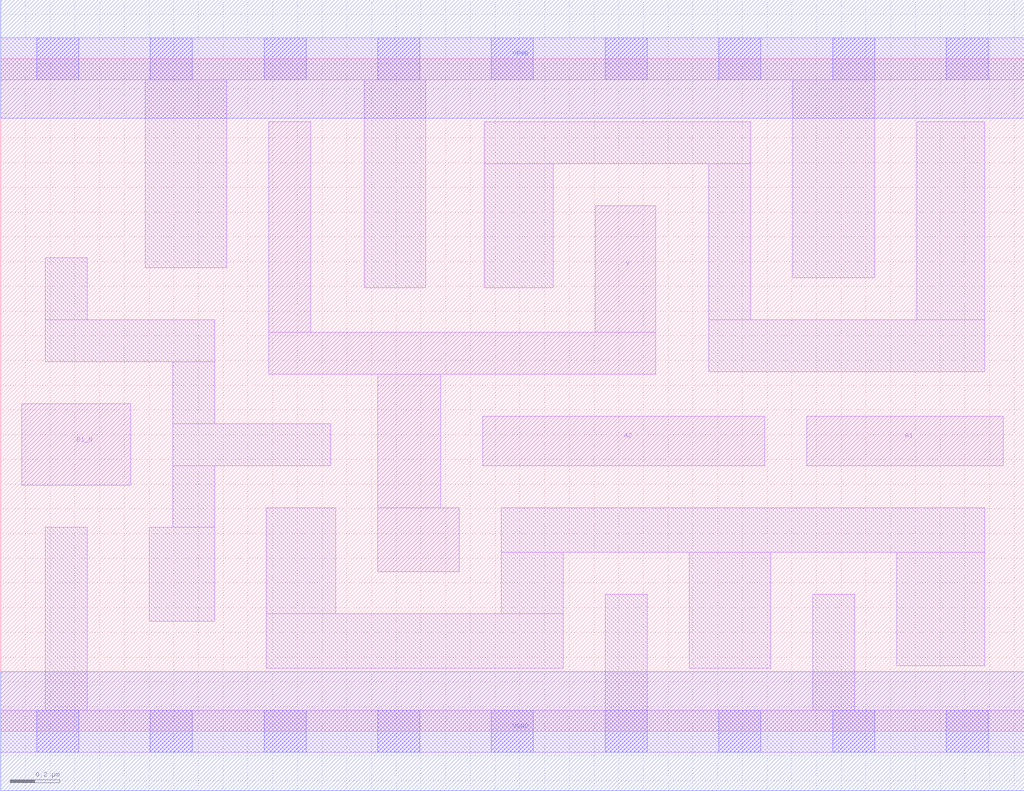
<source format=lef>
# Copyright 2020 The SkyWater PDK Authors
#
# Licensed under the Apache License, Version 2.0 (the "License");
# you may not use this file except in compliance with the License.
# You may obtain a copy of the License at
#
#     https://www.apache.org/licenses/LICENSE-2.0
#
# Unless required by applicable law or agreed to in writing, software
# distributed under the License is distributed on an "AS IS" BASIS,
# WITHOUT WARRANTIES OR CONDITIONS OF ANY KIND, either express or implied.
# See the License for the specific language governing permissions and
# limitations under the License.
#
# SPDX-License-Identifier: Apache-2.0

VERSION 5.7 ;
  NAMESCASESENSITIVE ON ;
  NOWIREEXTENSIONATPIN ON ;
  DIVIDERCHAR "/" ;
  BUSBITCHARS "[]" ;
UNITS
  DATABASE MICRONS 200 ;
END UNITS
MACRO sky130_fd_sc_hd__o21bai_2
  CLASS CORE ;
  FOREIGN sky130_fd_sc_hd__o21bai_2 ;
  ORIGIN  0.000000  0.000000 ;
  SIZE  4.140000 BY  2.720000 ;
  SYMMETRY X Y R90 ;
  SITE unithd ;
  PIN A1
    ANTENNAGATEAREA  0.495000 ;
    DIRECTION INPUT ;
    USE SIGNAL ;
    PORT
      LAYER li1 ;
        RECT 3.260000 1.075000 4.055000 1.275000 ;
    END
  END A1
  PIN A2
    ANTENNAGATEAREA  0.495000 ;
    DIRECTION INPUT ;
    USE SIGNAL ;
    PORT
      LAYER li1 ;
        RECT 1.950000 1.075000 3.090000 1.275000 ;
    END
  END A2
  PIN B1_N
    ANTENNAGATEAREA  0.126000 ;
    DIRECTION INPUT ;
    USE SIGNAL ;
    PORT
      LAYER li1 ;
        RECT 0.085000 0.995000 0.525000 1.325000 ;
    END
  END B1_N
  PIN Y
    ANTENNADIFFAREA  0.715500 ;
    DIRECTION OUTPUT ;
    USE SIGNAL ;
    PORT
      LAYER li1 ;
        RECT 1.085000 1.445000 2.650000 1.615000 ;
        RECT 1.085000 1.615000 1.255000 2.465000 ;
        RECT 1.525000 0.645000 1.855000 0.905000 ;
        RECT 1.525000 0.905000 1.780000 1.445000 ;
        RECT 2.405000 1.615000 2.650000 2.125000 ;
    END
  END Y
  PIN VGND
    DIRECTION INOUT ;
    SHAPE ABUTMENT ;
    USE GROUND ;
    PORT
      LAYER met1 ;
        RECT 0.000000 -0.240000 4.140000 0.240000 ;
    END
  END VGND
  PIN VPWR
    DIRECTION INOUT ;
    SHAPE ABUTMENT ;
    USE POWER ;
    PORT
      LAYER met1 ;
        RECT 0.000000 2.480000 4.140000 2.960000 ;
    END
  END VPWR
  OBS
    LAYER li1 ;
      RECT 0.000000 -0.085000 4.140000 0.085000 ;
      RECT 0.000000  2.635000 4.140000 2.805000 ;
      RECT 0.180000  0.085000 0.350000 0.825000 ;
      RECT 0.180000  1.495000 0.865000 1.665000 ;
      RECT 0.180000  1.665000 0.350000 1.915000 ;
      RECT 0.585000  1.875000 0.915000 2.635000 ;
      RECT 0.600000  0.445000 0.865000 0.825000 ;
      RECT 0.695000  0.825000 0.865000 1.075000 ;
      RECT 0.695000  1.075000 1.335000 1.245000 ;
      RECT 0.695000  1.245000 0.865000 1.495000 ;
      RECT 1.075000  0.255000 2.275000 0.475000 ;
      RECT 1.075000  0.475000 1.355000 0.905000 ;
      RECT 1.470000  1.795000 1.720000 2.635000 ;
      RECT 1.955000  1.795000 2.235000 2.295000 ;
      RECT 1.955000  2.295000 3.035000 2.465000 ;
      RECT 2.025000  0.475000 2.275000 0.725000 ;
      RECT 2.025000  0.725000 3.980000 0.905000 ;
      RECT 2.445000  0.085000 2.615000 0.555000 ;
      RECT 2.785000  0.255000 3.115000 0.725000 ;
      RECT 2.865000  1.455000 3.980000 1.665000 ;
      RECT 2.865000  1.665000 3.035000 2.295000 ;
      RECT 3.205000  1.835000 3.535000 2.635000 ;
      RECT 3.285000  0.085000 3.455000 0.555000 ;
      RECT 3.625000  0.265000 3.980000 0.725000 ;
      RECT 3.705000  1.665000 3.980000 2.465000 ;
    LAYER mcon ;
      RECT 0.145000 -0.085000 0.315000 0.085000 ;
      RECT 0.145000  2.635000 0.315000 2.805000 ;
      RECT 0.605000 -0.085000 0.775000 0.085000 ;
      RECT 0.605000  2.635000 0.775000 2.805000 ;
      RECT 1.065000 -0.085000 1.235000 0.085000 ;
      RECT 1.065000  2.635000 1.235000 2.805000 ;
      RECT 1.525000 -0.085000 1.695000 0.085000 ;
      RECT 1.525000  2.635000 1.695000 2.805000 ;
      RECT 1.985000 -0.085000 2.155000 0.085000 ;
      RECT 1.985000  2.635000 2.155000 2.805000 ;
      RECT 2.445000 -0.085000 2.615000 0.085000 ;
      RECT 2.445000  2.635000 2.615000 2.805000 ;
      RECT 2.905000 -0.085000 3.075000 0.085000 ;
      RECT 2.905000  2.635000 3.075000 2.805000 ;
      RECT 3.365000 -0.085000 3.535000 0.085000 ;
      RECT 3.365000  2.635000 3.535000 2.805000 ;
      RECT 3.825000 -0.085000 3.995000 0.085000 ;
      RECT 3.825000  2.635000 3.995000 2.805000 ;
  END
END sky130_fd_sc_hd__o21bai_2
END LIBRARY

</source>
